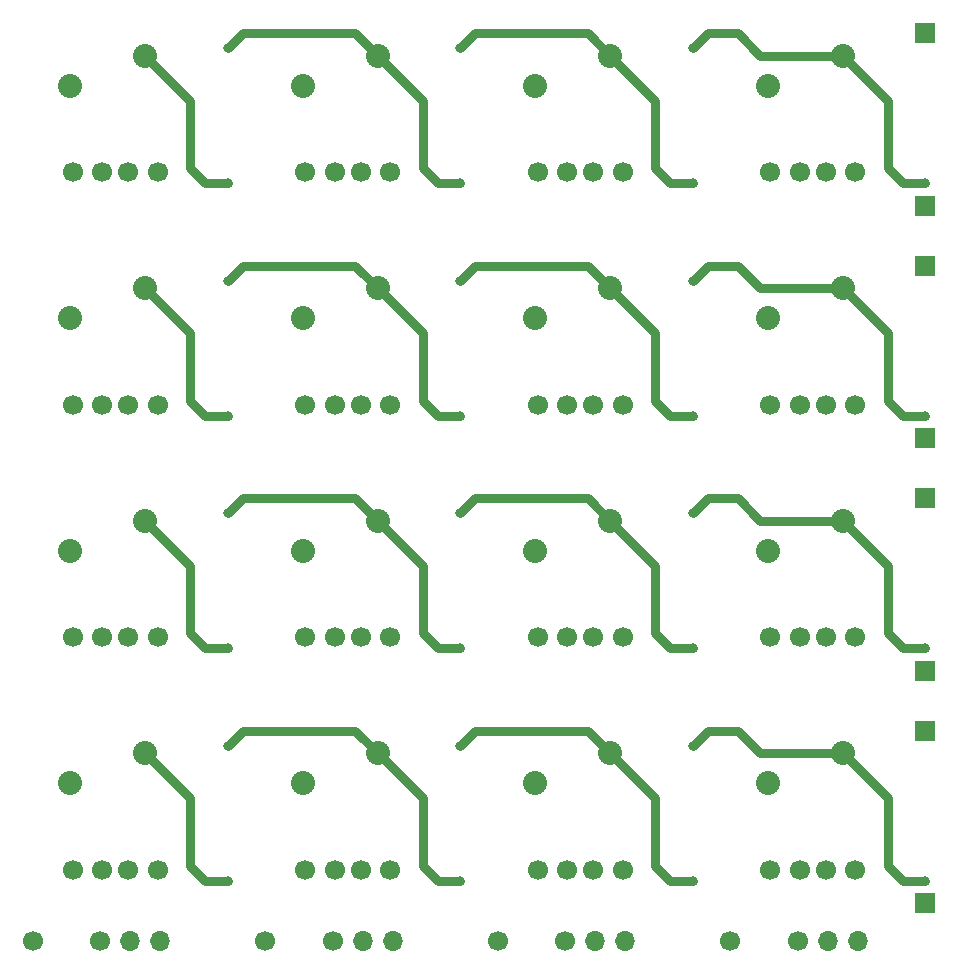
<source format=gbr>
%TF.GenerationSoftware,KiCad,Pcbnew,5.99.0-unknown-0ab82ef66~91~ubuntu20.04.1*%
%TF.CreationDate,2020-10-15T20:07:38+02:00*%
%TF.ProjectId,KeyPad-LED,4b657950-6164-42d4-9c45-442e6b696361,rev?*%
%TF.SameCoordinates,Original*%
%TF.FileFunction,Copper,L2,Inr*%
%TF.FilePolarity,Positive*%
%FSLAX46Y46*%
G04 Gerber Fmt 4.6, Leading zero omitted, Abs format (unit mm)*
G04 Created by KiCad (PCBNEW 5.99.0-unknown-0ab82ef66~91~ubuntu20.04.1) date 2020-10-15 20:07:38*
%MOMM*%
%LPD*%
G01*
G04 APERTURE LIST*
%TA.AperFunction,ComponentPad*%
%ADD10C,2.032000*%
%TD*%
%TA.AperFunction,ComponentPad*%
%ADD11C,1.700000*%
%TD*%
%TA.AperFunction,ComponentPad*%
%ADD12R,1.700000X1.700000*%
%TD*%
%TA.AperFunction,ComponentPad*%
%ADD13O,1.700000X1.700000*%
%TD*%
%TA.AperFunction,ViaPad*%
%ADD14C,0.800000*%
%TD*%
%TA.AperFunction,Conductor*%
%ADD15C,0.762000*%
%TD*%
G04 APERTURE END LIST*
D10*
%TO.N,N/C*%
%TO.C,MX LED*%
X193040000Y-117475000D03*
X186690000Y-120015000D03*
D11*
X186900000Y-127355000D03*
X189400000Y-127355000D03*
X191600000Y-127355000D03*
X194100000Y-127355000D03*
%TD*%
D10*
%TO.N,N/C*%
%TO.C,MX LED*%
X133985000Y-117475000D03*
X127635000Y-120015000D03*
D11*
X127845000Y-127355000D03*
X130345000Y-127355000D03*
X132545000Y-127355000D03*
X135045000Y-127355000D03*
%TD*%
D10*
%TO.N,N/C*%
%TO.C,MX LED*%
X153670000Y-117475000D03*
X147320000Y-120015000D03*
D11*
X147530000Y-127355000D03*
X150030000Y-127355000D03*
X152230000Y-127355000D03*
X154730000Y-127355000D03*
%TD*%
D10*
%TO.N,N/C*%
%TO.C,MX LED*%
X173355000Y-117475000D03*
X167005000Y-120015000D03*
D11*
X167215000Y-127355000D03*
X169715000Y-127355000D03*
X171915000Y-127355000D03*
X174415000Y-127355000D03*
%TD*%
D10*
%TO.N,N/C*%
%TO.C,MX LED*%
X193040000Y-97790000D03*
X186690000Y-100330000D03*
D11*
X186900000Y-107670000D03*
X189400000Y-107670000D03*
X191600000Y-107670000D03*
X194100000Y-107670000D03*
%TD*%
D10*
%TO.N,N/C*%
%TO.C,MX LED*%
X133985000Y-97790000D03*
X127635000Y-100330000D03*
D11*
X127845000Y-107670000D03*
X130345000Y-107670000D03*
X132545000Y-107670000D03*
X135045000Y-107670000D03*
%TD*%
D10*
%TO.N,N/C*%
%TO.C,MX LED*%
X153670000Y-97790000D03*
X147320000Y-100330000D03*
D11*
X147530000Y-107670000D03*
X150030000Y-107670000D03*
X152230000Y-107670000D03*
X154730000Y-107670000D03*
%TD*%
D10*
%TO.N,N/C*%
%TO.C,MX LED*%
X173355000Y-97790000D03*
X167005000Y-100330000D03*
D11*
X167215000Y-107670000D03*
X169715000Y-107670000D03*
X171915000Y-107670000D03*
X174415000Y-107670000D03*
%TD*%
D10*
%TO.N,N/C*%
%TO.C,MX LED*%
X193040000Y-78105000D03*
X186690000Y-80645000D03*
D11*
X186900000Y-87985000D03*
X189400000Y-87985000D03*
X191600000Y-87985000D03*
X194100000Y-87985000D03*
%TD*%
D10*
%TO.N,N/C*%
%TO.C,MX LED*%
X133985000Y-78105000D03*
X127635000Y-80645000D03*
D11*
X127845000Y-87985000D03*
X130345000Y-87985000D03*
X132545000Y-87985000D03*
X135045000Y-87985000D03*
%TD*%
D10*
%TO.N,N/C*%
%TO.C,MX LED*%
X153670000Y-78105000D03*
X147320000Y-80645000D03*
D11*
X147530000Y-87985000D03*
X150030000Y-87985000D03*
X152230000Y-87985000D03*
X154730000Y-87985000D03*
%TD*%
D10*
%TO.N,N/C*%
%TO.C,MX LED*%
X173355000Y-78105000D03*
X167005000Y-80645000D03*
D11*
X167215000Y-87985000D03*
X169715000Y-87985000D03*
X171915000Y-87985000D03*
X174415000Y-87985000D03*
%TD*%
D10*
%TO.N,N/C*%
%TO.C,MX LED*%
X173355000Y-58420000D03*
X167005000Y-60960000D03*
D11*
X167215000Y-68300000D03*
X169715000Y-68300000D03*
X171915000Y-68300000D03*
X174415000Y-68300000D03*
%TD*%
D10*
%TO.N,N/C*%
%TO.C,MX LED*%
X193040000Y-58420000D03*
X186690000Y-60960000D03*
D11*
X186900000Y-68300000D03*
X189400000Y-68300000D03*
X191600000Y-68300000D03*
X194100000Y-68300000D03*
%TD*%
D10*
%TO.N,N/C*%
%TO.C,MX LED*%
X153670000Y-58420000D03*
X147320000Y-60960000D03*
D11*
X147530000Y-68300000D03*
X150030000Y-68300000D03*
X152230000Y-68300000D03*
X154730000Y-68300000D03*
%TD*%
%TO.N,N/C*%
%TO.C,MX LED*%
X135045000Y-68300000D03*
X132545000Y-68300000D03*
X130345000Y-68300000D03*
X127845000Y-68300000D03*
D10*
X127635000Y-60960000D03*
X133985000Y-58420000D03*
%TD*%
D12*
%TO.N,N/C*%
%TO.C,PIN1*%
X200025000Y-115570000D03*
%TD*%
%TO.N,N/C*%
%TO.C,PIN1*%
X200025000Y-76200000D03*
%TD*%
%TO.N,N/C*%
%TO.C,LED*%
X200025000Y-90805000D03*
%TD*%
D11*
%TO.N,N/C*%
%TO.C,LED*%
X169545000Y-133350000D03*
D13*
X172085000Y-133350000D03*
X174625000Y-133350000D03*
%TD*%
D12*
%TO.N,N/C*%
%TO.C,PIN1*%
X200025000Y-56515000D03*
%TD*%
D11*
%TO.N,N/C*%
%TO.C,LED*%
X149860000Y-133350000D03*
D13*
X152400000Y-133350000D03*
X154940000Y-133350000D03*
%TD*%
D12*
%TO.N,N/C*%
%TO.C,LED*%
X200025000Y-71120000D03*
%TD*%
%TO.N,N/C*%
%TO.C,LED*%
X200025000Y-130175000D03*
%TD*%
D11*
%TO.N,N/C*%
%TO.C,LED*%
X130175000Y-133350000D03*
D13*
X132715000Y-133350000D03*
X135255000Y-133350000D03*
%TD*%
D11*
%TO.N,N/C*%
%TO.C,PIN2*%
X183515000Y-133350000D03*
%TD*%
%TO.N,N/C*%
%TO.C,PIN2*%
X144145000Y-133350000D03*
%TD*%
%TO.N,N/C*%
%TO.C,PIN2*%
X163830000Y-133350000D03*
%TD*%
D12*
%TO.N,N/C*%
%TO.C,PIN1*%
X200025000Y-95885000D03*
%TD*%
%TO.N,N/C*%
%TO.C,LED*%
X200025000Y-110490000D03*
%TD*%
D11*
%TO.N,N/C*%
%TO.C,PIN2*%
X124460000Y-133350000D03*
%TD*%
%TO.N,N/C*%
%TO.C,LED*%
X189230000Y-133350000D03*
D13*
X191770000Y-133350000D03*
X194310000Y-133350000D03*
%TD*%
D14*
%TO.N,*%
X180340000Y-97155000D03*
X140970000Y-77470000D03*
X140970000Y-88900000D03*
X160655000Y-57785000D03*
X160655000Y-97155000D03*
X200025000Y-69215000D03*
X200025000Y-128270000D03*
X140970000Y-57785000D03*
X180340000Y-108585000D03*
X160655000Y-88900000D03*
X200025000Y-88900000D03*
X140970000Y-69215000D03*
X140970000Y-108585000D03*
X180340000Y-88900000D03*
X140970000Y-116840000D03*
X180340000Y-57785000D03*
X140970000Y-97155000D03*
X180340000Y-69215000D03*
X180340000Y-128270000D03*
X160655000Y-116840000D03*
X160655000Y-77470000D03*
X160655000Y-108585000D03*
X180340000Y-77470000D03*
X200025000Y-108585000D03*
X180340000Y-116840000D03*
X160655000Y-128270000D03*
X140970000Y-128270000D03*
X160655000Y-69215000D03*
%TD*%
D15*
%TO.N,*%
X160655000Y-88900000D02*
X158750000Y-88900000D01*
X181610000Y-115570000D02*
X180340000Y-116840000D01*
X186055000Y-97790000D02*
X184150000Y-95885000D01*
X198120000Y-88900000D02*
X196850000Y-87630000D01*
X161925000Y-56515000D02*
X171450000Y-56515000D01*
X161925000Y-56515000D02*
X160655000Y-57785000D01*
X200025000Y-69215000D02*
X198120000Y-69215000D01*
X139065000Y-69215000D02*
X137795000Y-67945000D01*
X177165000Y-87630000D02*
X177165000Y-81915000D01*
X177165000Y-121285000D02*
X173355000Y-117475000D01*
X137795000Y-121285000D02*
X133985000Y-117475000D01*
X142240000Y-115570000D02*
X140970000Y-116840000D01*
X157480000Y-121285000D02*
X153670000Y-117475000D01*
X157480000Y-107315000D02*
X157480000Y-101600000D01*
X198120000Y-128270000D02*
X196850000Y-127000000D01*
X178435000Y-88900000D02*
X177165000Y-87630000D01*
X137795000Y-81915000D02*
X133985000Y-78105000D01*
X180340000Y-88900000D02*
X178435000Y-88900000D01*
X198120000Y-108585000D02*
X196850000Y-107315000D01*
X158750000Y-88900000D02*
X157480000Y-87630000D01*
X196850000Y-87630000D02*
X196850000Y-81915000D01*
X157480000Y-127000000D02*
X157480000Y-121285000D01*
X158750000Y-69215000D02*
X157480000Y-67945000D01*
X171450000Y-76200000D02*
X173355000Y-78105000D01*
X177165000Y-81915000D02*
X173355000Y-78105000D01*
X181610000Y-95885000D02*
X180340000Y-97155000D01*
X161925000Y-115570000D02*
X160655000Y-116840000D01*
X178435000Y-108585000D02*
X177165000Y-107315000D01*
X200025000Y-108585000D02*
X198120000Y-108585000D01*
X140970000Y-88900000D02*
X139065000Y-88900000D01*
X186055000Y-78105000D02*
X184150000Y-76200000D01*
X177165000Y-101600000D02*
X173355000Y-97790000D01*
X200025000Y-128270000D02*
X198120000Y-128270000D01*
X161925000Y-115570000D02*
X171450000Y-115570000D01*
X177165000Y-107315000D02*
X177165000Y-101600000D01*
X184150000Y-95885000D02*
X181610000Y-95885000D01*
X158750000Y-108585000D02*
X157480000Y-107315000D01*
X137795000Y-62230000D02*
X133985000Y-58420000D01*
X137795000Y-127000000D02*
X137795000Y-121285000D01*
X142240000Y-56515000D02*
X151765000Y-56515000D01*
X151765000Y-56515000D02*
X153670000Y-58420000D01*
X184150000Y-76200000D02*
X181610000Y-76200000D01*
X157480000Y-62230000D02*
X153670000Y-58420000D01*
X160655000Y-69215000D02*
X158750000Y-69215000D01*
X181610000Y-76200000D02*
X180340000Y-77470000D01*
X198120000Y-69215000D02*
X196850000Y-67945000D01*
X157480000Y-81915000D02*
X153670000Y-78105000D01*
X186055000Y-117475000D02*
X184150000Y-115570000D01*
X142240000Y-56515000D02*
X140970000Y-57785000D01*
X137795000Y-101600000D02*
X133985000Y-97790000D01*
X193040000Y-78105000D02*
X186055000Y-78105000D01*
X180340000Y-108585000D02*
X178435000Y-108585000D01*
X151765000Y-115570000D02*
X153670000Y-117475000D01*
X142240000Y-115570000D02*
X151765000Y-115570000D01*
X137795000Y-87630000D02*
X137795000Y-81915000D01*
X139065000Y-88900000D02*
X137795000Y-87630000D01*
X171450000Y-56515000D02*
X173355000Y-58420000D01*
X180340000Y-128270000D02*
X178435000Y-128270000D01*
X140970000Y-69215000D02*
X139065000Y-69215000D01*
X200025000Y-88900000D02*
X198120000Y-88900000D01*
X178435000Y-128270000D02*
X177165000Y-127000000D01*
X177165000Y-127000000D02*
X177165000Y-121285000D01*
X140970000Y-128270000D02*
X139065000Y-128270000D01*
X139065000Y-128270000D02*
X137795000Y-127000000D01*
X161925000Y-95885000D02*
X160655000Y-97155000D01*
X178435000Y-69215000D02*
X177165000Y-67945000D01*
X151765000Y-76200000D02*
X153670000Y-78105000D01*
X160655000Y-108585000D02*
X158750000Y-108585000D01*
X177165000Y-67945000D02*
X177165000Y-62230000D01*
X142240000Y-76200000D02*
X151765000Y-76200000D01*
X157480000Y-87630000D02*
X157480000Y-81915000D01*
X184150000Y-115570000D02*
X181610000Y-115570000D01*
X140970000Y-108585000D02*
X139065000Y-108585000D01*
X161925000Y-76200000D02*
X160655000Y-77470000D01*
X142240000Y-95885000D02*
X140970000Y-97155000D01*
X171450000Y-95885000D02*
X173355000Y-97790000D01*
X161925000Y-76200000D02*
X171450000Y-76200000D01*
X181610000Y-56515000D02*
X180340000Y-57785000D01*
X180340000Y-69215000D02*
X178435000Y-69215000D01*
X158750000Y-128270000D02*
X157480000Y-127000000D01*
X196850000Y-127000000D02*
X196850000Y-121285000D01*
X139065000Y-108585000D02*
X137795000Y-107315000D01*
X142240000Y-95885000D02*
X151765000Y-95885000D01*
X160655000Y-128270000D02*
X158750000Y-128270000D01*
X193040000Y-58420000D02*
X186055000Y-58420000D01*
X196850000Y-101600000D02*
X193040000Y-97790000D01*
X186055000Y-58420000D02*
X184150000Y-56515000D01*
X142240000Y-76200000D02*
X140970000Y-77470000D01*
X196850000Y-107315000D02*
X196850000Y-101600000D01*
X193040000Y-117475000D02*
X186055000Y-117475000D01*
X157480000Y-101600000D02*
X153670000Y-97790000D01*
X177165000Y-62230000D02*
X173355000Y-58420000D01*
X196850000Y-81915000D02*
X193040000Y-78105000D01*
X196850000Y-62230000D02*
X193040000Y-58420000D01*
X196850000Y-67945000D02*
X196850000Y-62230000D01*
X137795000Y-67945000D02*
X137795000Y-62230000D01*
X196850000Y-121285000D02*
X193040000Y-117475000D01*
X157480000Y-67945000D02*
X157480000Y-62230000D01*
X193040000Y-97790000D02*
X186055000Y-97790000D01*
X161925000Y-95885000D02*
X171450000Y-95885000D01*
X184150000Y-56515000D02*
X181610000Y-56515000D01*
X151765000Y-95885000D02*
X153670000Y-97790000D01*
X137795000Y-107315000D02*
X137795000Y-101600000D01*
X171450000Y-115570000D02*
X173355000Y-117475000D01*
%TD*%
M02*

</source>
